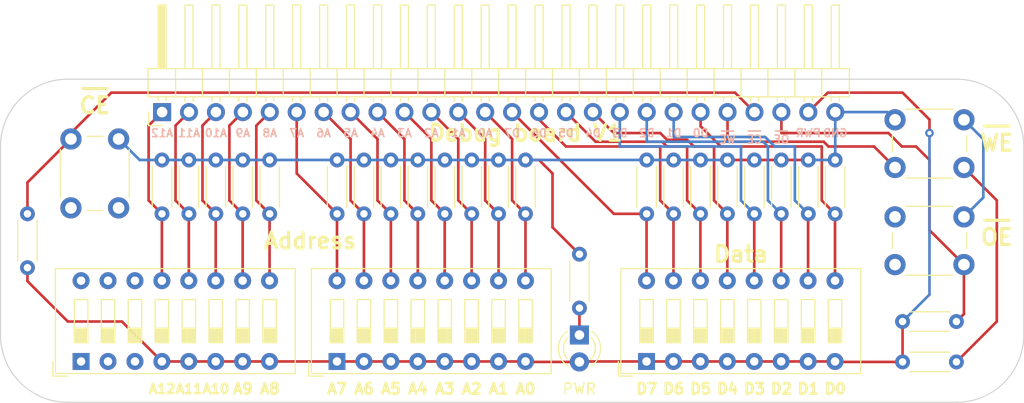
<source format=kicad_pcb>
(kicad_pcb (version 20211014) (generator pcbnew)
  (title_block (title "Debug board") (date "2025-06-06") (rev "1"))
  (layers (0 "F.Cu" signal) (31 "B.Cu" signal) (34 "B.Paste" user) (35 "F.Paste" user) (36 "B.SilkS" user "B.Silkscreen") (37 "F.SilkS" user "F.Silkscreen") (38 "B.Mask" user) (39 "F.Mask" user) (44 "Edge.Cuts" user))
  (net 0 "")
  (net 1 "GND")
  (net 2 "VCC")
  (net 9 "Net-(D1-Pad1)")
  (net 10 "A12")
  (net 11 "A11")
  (net 12 "A10")
  (net 13 "A9")
  (net 14 "A8")
  (net 15 "A7")
  (net 16 "A6")
  (net 17 "A5")
  (net 18 "A4")
  (net 19 "A3")
  (net 20 "A2")
  (net 21 "A1")
  (net 22 "A0")
  (net 23 "D7")
  (net 24 "D6")
  (net 25 "D5")
  (net 26 "D4")
  (net 27 "D3")
  (net 28 "D2")
  (net 29 "D1")
  (net 30 "D0")
  (net 31 "WE'")
  (net 32 "CE'")
  (net 33 "OE'")
  (footprint "Resistor_THT:R_Axial_DIN0204_L3.6mm_D1.6mm_P5.08mm_Horizontal" (layer "F.Cu") (at 173.98 87.63 90)
    (fp_text reference "R9" hide)
    (fp_text value "R_US")
    (pad "1" thru_hole circle (at 0 0 90) (size 1.4 1.4) (drill 0.7) (layers *.Cu *.Mask) (net 28 "D2"))
    (pad "2" thru_hole oval (at 5.08 0 90) (size 1.4 1.4) (drill 0.7) (layers *.Cu *.Mask) (net 1 "GND"))
  )
  (footprint "Resistor_THT:R_Axial_DIN0204_L3.6mm_D1.6mm_P5.08mm_Horizontal" (layer "F.Cu") (at 185.42 101.6)
    (fp_text reference "R7" hide)
    (fp_text value "R_US")
    (pad "1" thru_hole circle (at 0 0) (size 1.4 1.4) (drill 0.7) (layers *.Cu *.Mask) (net 2 "VCC"))
    (pad "2" thru_hole oval (at 5.08 0) (size 1.4 1.4) (drill 0.7) (layers *.Cu *.Mask) (net 31 "WE'"))
  )
  (footprint "LED_THT:LED_D3.0mm_white" (layer "F.Cu") (at 154.94 99.06 -90)
    (fp_text reference "D1" hide)
    (fp_text value "LED")
    (pad "1" thru_hole rect (at 0 0 270) (size 1.8 1.8) (drill 0.9) (layers *.Cu *.Mask) (net 9 "Net-(D1-Pad1)"))
    (pad "2" thru_hole circle (at 2.54 0 270) (size 1.8 1.8) (drill 0.9) (layers *.Cu *.Mask) (net 2 "VCC"))
  )
  (footprint "Button_Switch_THT:SW_PUSH_6mm" (layer "F.Cu") (at 184.71 78.76)
    (fp_text reference "SW4" hide)
    (fp_text value "SW_Push")
    (pad "1" thru_hole circle (at 6.5 0 90) (size 2 2) (drill 1.1) (layers *.Cu *.Mask) (net 1 "GND"))
    (pad "1" thru_hole circle (at 0 0 90) (size 2 2) (drill 1.1) (layers *.Cu *.Mask) (net 1 "GND"))
    (pad "2" thru_hole circle (at 6.5 4.5 90) (size 2 2) (drill 1.1) (layers *.Cu *.Mask) (net 31 "WE'"))
    (pad "2" thru_hole circle (at 0 4.5 90) (size 2 2) (drill 1.1) (layers *.Cu *.Mask) (net 31 "WE'"))
  )
  (footprint "Resistor_THT:R_Axial_DIN0204_L3.6mm_D1.6mm_P5.08mm_Horizontal" (layer "F.Cu") (at 185.42 97.79)
    (fp_text reference "R3" hide)
    (fp_text value "R_US")
    (pad "1" thru_hole circle (at 0 0) (size 1.4 1.4) (drill 0.7) (layers *.Cu *.Mask) (net 2 "VCC"))
    (pad "2" thru_hole oval (at 5.08 0) (size 1.4 1.4) (drill 0.7) (layers *.Cu *.Mask) (net 33 "OE'"))
  )
  (footprint "Button_Switch_THT:SW_DIP_SPSTx08_Slide_9.78x22.5mm_W7.62mm_P2.54mm" (layer "F.Cu") (at 107.93 101.5575 90)
    (fp_text reference "SW2" hide)
    (fp_text value "SW_DIP_x08")
    (pad "1" thru_hole rect (at 0 0 90) (size 1.6 1.6) (drill 0.8) (layers *.Cu *.Mask))
    (pad "2" thru_hole oval (at 0 2.54 90) (size 1.6 1.6) (drill 0.8) (layers *.Cu *.Mask))
    (pad "3" thru_hole oval (at 0 5.08 90) (size 1.6 1.6) (drill 0.8) (layers *.Cu *.Mask))
    (pad "4" thru_hole oval (at 0 7.62 90) (size 1.6 1.6) (drill 0.8) (layers *.Cu *.Mask) (net 2 "VCC"))
    (pad "5" thru_hole oval (at 0 10.16 90) (size 1.6 1.6) (drill 0.8) (layers *.Cu *.Mask) (net 2 "VCC"))
    (pad "6" thru_hole oval (at 0 12.7 90) (size 1.6 1.6) (drill 0.8) (layers *.Cu *.Mask) (net 2 "VCC"))
    (pad "7" thru_hole oval (at 0 15.24 90) (size 1.6 1.6) (drill 0.8) (layers *.Cu *.Mask) (net 2 "VCC"))
    (pad "8" thru_hole oval (at 0 17.78 90) (size 1.6 1.6) (drill 0.8) (layers *.Cu *.Mask) (net 2 "VCC"))
    (pad "9" thru_hole oval (at 7.62 17.78 90) (size 1.6 1.6) (drill 0.8) (layers *.Cu *.Mask) (net 14 "A8"))
    (pad "10" thru_hole oval (at 7.62 15.24 90) (size 1.6 1.6) (drill 0.8) (layers *.Cu *.Mask) (net 13 "A9"))
    (pad "11" thru_hole oval (at 7.62 12.7 90) (size 1.6 1.6) (drill 0.8) (layers *.Cu *.Mask) (net 12 "A10"))
    (pad "12" thru_hole oval (at 7.62 10.16 90) (size 1.6 1.6) (drill 0.8) (layers *.Cu *.Mask) (net 11 "A11"))
    (pad "13" thru_hole oval (at 7.62 7.62 90) (size 1.6 1.6) (drill 0.8) (layers *.Cu *.Mask) (net 10 "A12"))
    (pad "14" thru_hole oval (at 7.62 5.08 90) (size 1.6 1.6) (drill 0.8) (layers *.Cu *.Mask))
    (pad "15" thru_hole oval (at 7.62 2.54 90) (size 1.6 1.6) (drill 0.8) (layers *.Cu *.Mask))
    (pad "16" thru_hole oval (at 7.62 0 90) (size 1.6 1.6) (drill 0.8) (layers *.Cu *.Mask))
  )
  (footprint "Resistor_THT:R_Axial_DIN0204_L3.6mm_D1.6mm_P5.08mm_Horizontal" (layer "F.Cu") (at 161.28 87.63 90)
    (fp_text reference "R1" hide)
    (fp_text value "R_US")
    (pad "1" thru_hole circle (at 0 0 90) (size 1.4 1.4) (drill 0.7) (layers *.Cu *.Mask) (net 23 "D7"))
    (pad "2" thru_hole oval (at 5.08 0 90) (size 1.4 1.4) (drill 0.7) (layers *.Cu *.Mask) (net 1 "GND"))
  )
  (footprint "Connector_PinHeader_2.54mm:PinHeader_1x26_P2.54mm_Horizontal" (layer "F.Cu") (at 115.57 78.035 90)
    (fp_text reference "J1" hide)
    (fp_text value "Conn_01x26")
    (pad "1" thru_hole rect (at 0 0 90) (size 1.7 1.7) (drill 1) (layers *.Cu *.Mask) (net 10 "A12"))
    (pad "2" thru_hole oval (at 0 2.54 90) (size 1.7 1.7) (drill 1) (layers *.Cu *.Mask) (net 11 "A11"))
    (pad "3" thru_hole oval (at 0 5.08 90) (size 1.7 1.7) (drill 1) (layers *.Cu *.Mask) (net 12 "A10"))
    (pad "4" thru_hole oval (at 0 7.62 90) (size 1.7 1.7) (drill 1) (layers *.Cu *.Mask) (net 13 "A9"))
    (pad "5" thru_hole oval (at 0 10.16 90) (size 1.7 1.7) (drill 1) (layers *.Cu *.Mask) (net 14 "A8"))
    (pad "6" thru_hole oval (at 0 12.7 90) (size 1.7 1.7) (drill 1) (layers *.Cu *.Mask) (net 15 "A7"))
    (pad "7" thru_hole oval (at 0 15.24 90) (size 1.7 1.7) (drill 1) (layers *.Cu *.Mask) (net 16 "A6"))
    (pad "8" thru_hole oval (at 0 17.78 90) (size 1.7 1.7) (drill 1) (layers *.Cu *.Mask) (net 17 "A5"))
    (pad "9" thru_hole oval (at 0 20.32 90) (size 1.7 1.7) (drill 1) (layers *.Cu *.Mask) (net 18 "A4"))
    (pad "10" thru_hole oval (at 0 22.86 90) (size 1.7 1.7) (drill 1) (layers *.Cu *.Mask) (net 19 "A3"))
    (pad "11" thru_hole oval (at 0 25.4 90) (size 1.7 1.7) (drill 1) (layers *.Cu *.Mask) (net 20 "A2"))
    (pad "12" thru_hole oval (at 0 27.94 90) (size 1.7 1.7) (drill 1) (layers *.Cu *.Mask) (net 21 "A1"))
    (pad "13" thru_hole oval (at 0 30.48 90) (size 1.7 1.7) (drill 1) (layers *.Cu *.Mask) (net 22 "A0"))
    (pad "14" thru_hole oval (at 0 33.02 90) (size 1.7 1.7) (drill 1) (layers *.Cu *.Mask) (net 23 "D7"))
    (pad "15" thru_hole oval (at 0 35.56 90) (size 1.7 1.7) (drill 1) (layers *.Cu *.Mask) (net 24 "D6"))
    (pad "16" thru_hole oval (at 0 38.1 90) (size 1.7 1.7) (drill 1) (layers *.Cu *.Mask) (net 25 "D5"))
    (pad "17" thru_hole oval (at 0 40.64 90) (size 1.7 1.7) (drill 1) (layers *.Cu *.Mask) (net 26 "D4"))
    (pad "18" thru_hole oval (at 0 43.18 90) (size 1.7 1.7) (drill 1) (layers *.Cu *.Mask) (net 27 "D3"))
    (pad "19" thru_hole oval (at 0 45.72 90) (size 1.7 1.7) (drill 1) (layers *.Cu *.Mask) (net 28 "D2"))
    (pad "20" thru_hole oval (at 0 48.26 90) (size 1.7 1.7) (drill 1) (layers *.Cu *.Mask) (net 29 "D1"))
    (pad "21" thru_hole oval (at 0 50.8 90) (size 1.7 1.7) (drill 1) (layers *.Cu *.Mask) (net 30 "D0"))
    (pad "22" thru_hole oval (at 0 53.34 90) (size 1.7 1.7) (drill 1) (layers *.Cu *.Mask) (net 31 "WE'"))
    (pad "23" thru_hole oval (at 0 55.88 90) (size 1.7 1.7) (drill 1) (layers *.Cu *.Mask) (net 32 "CE'"))
    (pad "24" thru_hole oval (at 0 58.42 90) (size 1.7 1.7) (drill 1) (layers *.Cu *.Mask) (net 33 "OE'"))
    (pad "25" thru_hole oval (at 0 60.96 90) (size 1.7 1.7) (drill 1) (layers *.Cu *.Mask) (net 2 "VCC"))
    (pad "26" thru_hole oval (at 0 63.5 90) (size 1.7 1.7) (drill 1) (layers *.Cu *.Mask) (net 1 "GND"))
  )
  (footprint "Resistor_THT:R_Axial_DIN0204_L3.6mm_D1.6mm_P5.08mm_Horizontal" (layer "F.Cu") (at 118.1 87.63 90)
    (fp_text reference "R13" hide)
    (fp_text value "R_US")
    (pad "1" thru_hole circle (at 0 0 90) (size 1.4 1.4) (drill 0.7) (layers *.Cu *.Mask) (net 11 "A11"))
    (pad "2" thru_hole oval (at 5.08 0 90) (size 1.4 1.4) (drill 0.7) (layers *.Cu *.Mask) (net 1 "GND"))
  )
  (footprint "Resistor_THT:R_Axial_DIN0204_L3.6mm_D1.6mm_P5.08mm_Horizontal" (layer "F.Cu") (at 142.24 87.63 90)
    (fp_text reference "R21" hide)
    (fp_text value "R_US")
    (pad "1" thru_hole circle (at 0 0 90) (size 1.4 1.4) (drill 0.7) (layers *.Cu *.Mask) (net 19 "A3"))
    (pad "2" thru_hole oval (at 5.08 0 90) (size 1.4 1.4) (drill 0.7) (layers *.Cu *.Mask) (net 1 "GND"))
  )
  (footprint "Resistor_THT:R_Axial_DIN0204_L3.6mm_D1.6mm_P5.08mm_Horizontal" (layer "F.Cu") (at 154.94 91.44 -90)
    (fp_text reference "R25" hide)
    (fp_text value "R_US")
    (pad "1" thru_hole circle (at 0 0 270) (size 1.4 1.4) (drill 0.7) (layers *.Cu *.Mask) (net 1 "GND"))
    (pad "2" thru_hole oval (at 5.08 0 270) (size 1.4 1.4) (drill 0.7) (layers *.Cu *.Mask) (net 9 "Net-(D1-Pad1)"))
  )
  (footprint "Resistor_THT:R_Axial_DIN0204_L3.6mm_D1.6mm_P5.08mm_Horizontal" (layer "F.Cu") (at 120.64 87.63 90)
    (fp_text reference "R14" hide)
    (fp_text value "R_US")
    (pad "1" thru_hole circle (at 0 0 90) (size 1.4 1.4) (drill 0.7) (layers *.Cu *.Mask) (net 12 "A10"))
    (pad "2" thru_hole oval (at 5.08 0 90) (size 1.4 1.4) (drill 0.7) (layers *.Cu *.Mask) (net 1 "GND"))
  )
  (footprint "Button_Switch_THT:SW_PUSH_6mm" (layer "F.Cu") (at 111.47 80.57 -90)
    (fp_text reference "SW5" hide)
    (fp_text value "SW_Push")
    (pad "1" thru_hole circle (at 6.5 0) (size 2 2) (drill 1.1) (layers *.Cu *.Mask) (net 1 "GND"))
    (pad "1" thru_hole circle (at 0 0) (size 2 2) (drill 1.1) (layers *.Cu *.Mask) (net 1 "GND"))
    (pad "2" thru_hole circle (at 0 4.5) (size 2 2) (drill 1.1) (layers *.Cu *.Mask) (net 32 "CE'"))
    (pad "2" thru_hole circle (at 6.5 4.5) (size 2 2) (drill 1.1) (layers *.Cu *.Mask) (net 32 "CE'"))
  )
  (footprint "Button_Switch_THT:SW_DIP_SPSTx08_Slide_9.78x22.5mm_W7.62mm_P2.54mm" (layer "F.Cu") (at 132.07 101.5575 90)
    (fp_text reference "SW3" hide)
    (fp_text value "SW_DIP_x08")
    (pad "1" thru_hole rect (at 0 0 90) (size 1.6 1.6) (drill 0.8) (layers *.Cu *.Mask) (net 2 "VCC"))
    (pad "2" thru_hole oval (at 0 2.54 90) (size 1.6 1.6) (drill 0.8) (layers *.Cu *.Mask) (net 2 "VCC"))
    (pad "3" thru_hole oval (at 0 5.08 90) (size 1.6 1.6) (drill 0.8) (layers *.Cu *.Mask) (net 2 "VCC"))
    (pad "4" thru_hole oval (at 0 7.62 90) (size 1.6 1.6) (drill 0.8) (layers *.Cu *.Mask) (net 2 "VCC"))
    (pad "5" thru_hole oval (at 0 10.16 90) (size 1.6 1.6) (drill 0.8) (layers *.Cu *.Mask) (net 2 "VCC"))
    (pad "6" thru_hole oval (at 0 12.7 90) (size 1.6 1.6) (drill 0.8) (layers *.Cu *.Mask) (net 2 "VCC"))
    (pad "7" thru_hole oval (at 0 15.24 90) (size 1.6 1.6) (drill 0.8) (layers *.Cu *.Mask) (net 2 "VCC"))
    (pad "8" thru_hole oval (at 0 17.78 90) (size 1.6 1.6) (drill 0.8) (layers *.Cu *.Mask) (net 2 "VCC"))
    (pad "9" thru_hole oval (at 7.62 17.78 90) (size 1.6 1.6) (drill 0.8) (layers *.Cu *.Mask) (net 22 "A0"))
    (pad "10" thru_hole oval (at 7.62 15.24 90) (size 1.6 1.6) (drill 0.8) (layers *.Cu *.Mask) (net 21 "A1"))
    (pad "11" thru_hole oval (at 7.62 12.7 90) (size 1.6 1.6) (drill 0.8) (layers *.Cu *.Mask) (net 20 "A2"))
    (pad "12" thru_hole oval (at 7.62 10.16 90) (size 1.6 1.6) (drill 0.8) (layers *.Cu *.Mask) (net 19 "A3"))
    (pad "13" thru_hole oval (at 7.62 7.62 90) (size 1.6 1.6) (drill 0.8) (layers *.Cu *.Mask) (net 18 "A4"))
    (pad "14" thru_hole oval (at 7.62 5.08 90) (size 1.6 1.6) (drill 0.8) (layers *.Cu *.Mask) (net 17 "A5"))
    (pad "15" thru_hole oval (at 7.62 2.54 90) (size 1.6 1.6) (drill 0.8) (layers *.Cu *.Mask) (net 16 "A6"))
    (pad "16" thru_hole oval (at 7.62 0 90) (size 1.6 1.6) (drill 0.8) (layers *.Cu *.Mask) (net 15 "A7"))
  )
  (footprint "Resistor_THT:R_Axial_DIN0204_L3.6mm_D1.6mm_P5.08mm_Horizontal" (layer "F.Cu") (at 123.18 87.63 90)
    (fp_text reference "R15" hide)
    (fp_text value "R_US")
    (pad "1" thru_hole circle (at 0 0 90) (size 1.4 1.4) (drill 0.7) (layers *.Cu *.Mask) (net 13 "A9"))
    (pad "2" thru_hole oval (at 5.08 0 90) (size 1.4 1.4) (drill 0.7) (layers *.Cu *.Mask) (net 1 "GND"))
  )
  (footprint "Resistor_THT:R_Axial_DIN0204_L3.6mm_D1.6mm_P5.08mm_Horizontal" (layer "F.Cu") (at 147.31 87.63 90)
    (fp_text reference "R23" hide)
    (fp_text value "R_US")
    (pad "1" thru_hole circle (at 0 0 90) (size 1.4 1.4) (drill 0.7) (layers *.Cu *.Mask) (net 21 "A1"))
    (pad "2" thru_hole oval (at 5.08 0 90) (size 1.4 1.4) (drill 0.7) (layers *.Cu *.Mask) (net 1 "GND"))
  )
  (footprint "Resistor_THT:R_Axial_DIN0204_L3.6mm_D1.6mm_P5.08mm_Horizontal" (layer "F.Cu") (at 171.44 87.63 90)
    (fp_text reference "R8" hide)
    (fp_text value "R_US")
    (pad "1" thru_hole circle (at 0 0 90) (size 1.4 1.4) (drill 0.7) (layers *.Cu *.Mask) (net 27 "D3"))
    (pad "2" thru_hole oval (at 5.08 0 90) (size 1.4 1.4) (drill 0.7) (layers *.Cu *.Mask) (net 1 "GND"))
  )
  (footprint "Resistor_THT:R_Axial_DIN0204_L3.6mm_D1.6mm_P5.08mm_Horizontal" (layer "F.Cu") (at 179.06 87.63 90)
    (fp_text reference "R11" hide)
    (fp_text value "R_US")
    (pad "1" thru_hole circle (at 0 0 90) (size 1.4 1.4) (drill 0.7) (layers *.Cu *.Mask) (net 30 "D0"))
    (pad "2" thru_hole oval (at 5.08 0 90) (size 1.4 1.4) (drill 0.7) (layers *.Cu *.Mask) (net 1 "GND"))
  )
  (footprint "Resistor_THT:R_Axial_DIN0204_L3.6mm_D1.6mm_P5.08mm_Horizontal" (layer "F.Cu") (at 115.56 87.63 90)
    (fp_text reference "R12" hide)
    (fp_text value "R_US")
    (pad "1" thru_hole circle (at 0 0 90) (size 1.4 1.4) (drill 0.7) (layers *.Cu *.Mask) (net 10 "A12"))
    (pad "2" thru_hole oval (at 5.08 0 90) (size 1.4 1.4) (drill 0.7) (layers *.Cu *.Mask) (net 1 "GND"))
  )
  (footprint "Resistor_THT:R_Axial_DIN0204_L3.6mm_D1.6mm_P5.08mm_Horizontal" (layer "F.Cu") (at 166.36 87.63 90)
    (fp_text reference "R4" hide)
    (fp_text value "R_US")
    (pad "1" thru_hole circle (at 0 0 90) (size 1.4 1.4) (drill 0.7) (layers *.Cu *.Mask) (net 25 "D5"))
    (pad "2" thru_hole oval (at 5.08 0 90) (size 1.4 1.4) (drill 0.7) (layers *.Cu *.Mask) (net 1 "GND"))
  )
  (footprint "Resistor_THT:R_Axial_DIN0204_L3.6mm_D1.6mm_P5.08mm_Horizontal" (layer "F.Cu") (at 139.69 87.63 90)
    (fp_text reference "R20" hide)
    (fp_text value "R_US")
    (pad "1" thru_hole circle (at 0 0 90) (size 1.4 1.4) (drill 0.7) (layers *.Cu *.Mask) (net 18 "A4"))
    (pad "2" thru_hole oval (at 5.08 0 90) (size 1.4 1.4) (drill 0.7) (layers *.Cu *.Mask) (net 1 "GND"))
  )
  (footprint "Button_Switch_THT:SW_DIP_SPSTx08_Slide_9.78x22.5mm_W7.62mm_P2.54mm" (layer "F.Cu") (at 161.27 101.5575 90)
    (fp_text reference "SW1" hide)
    (fp_text value "SW_DIP_x08")
    (pad "1" thru_hole rect (at 0 0 90) (size 1.6 1.6) (drill 0.8) (layers *.Cu *.Mask) (net 2 "VCC"))
    (pad "2" thru_hole oval (at 0 2.54 90) (size 1.6 1.6) (drill 0.8) (layers *.Cu *.Mask) (net 2 "VCC"))
    (pad "3" thru_hole oval (at 0 5.08 90) (size 1.6 1.6) (drill 0.8) (layers *.Cu *.Mask) (net 2 "VCC"))
    (pad "4" thru_hole oval (at 0 7.62 90) (size 1.6 1.6) (drill 0.8) (layers *.Cu *.Mask) (net 2 "VCC"))
    (pad "5" thru_hole oval (at 0 10.16 90) (size 1.6 1.6) (drill 0.8) (layers *.Cu *.Mask) (net 2 "VCC"))
    (pad "6" thru_hole oval (at 0 12.7 90) (size 1.6 1.6) (drill 0.8) (layers *.Cu *.Mask) (net 2 "VCC"))
    (pad "7" thru_hole oval (at 0 15.24 90) (size 1.6 1.6) (drill 0.8) (layers *.Cu *.Mask) (net 2 "VCC"))
    (pad "8" thru_hole oval (at 0 17.78 90) (size 1.6 1.6) (drill 0.8) (layers *.Cu *.Mask) (net 2 "VCC"))
    (pad "9" thru_hole oval (at 7.62 17.78 90) (size 1.6 1.6) (drill 0.8) (layers *.Cu *.Mask) (net 30 "D0"))
    (pad "10" thru_hole oval (at 7.62 15.24 90) (size 1.6 1.6) (drill 0.8) (layers *.Cu *.Mask) (net 29 "D1"))
    (pad "11" thru_hole oval (at 7.62 12.7 90) (size 1.6 1.6) (drill 0.8) (layers *.Cu *.Mask) (net 28 "D2"))
    (pad "12" thru_hole oval (at 7.62 10.16 90) (size 1.6 1.6) (drill 0.8) (layers *.Cu *.Mask) (net 27 "D3"))
    (pad "13" thru_hole oval (at 7.62 7.62 90) (size 1.6 1.6) (drill 0.8) (layers *.Cu *.Mask) (net 26 "D4"))
    (pad "14" thru_hole oval (at 7.62 5.08 90) (size 1.6 1.6) (drill 0.8) (layers *.Cu *.Mask) (net 25 "D5"))
    (pad "15" thru_hole oval (at 7.62 2.54 90) (size 1.6 1.6) (drill 0.8) (layers *.Cu *.Mask) (net 24 "D6"))
    (pad "16" thru_hole oval (at 7.62 0 90) (size 1.6 1.6) (drill 0.8) (layers *.Cu *.Mask) (net 23 "D7"))
  )
  (footprint "Resistor_THT:R_Axial_DIN0204_L3.6mm_D1.6mm_P5.08mm_Horizontal" (layer "F.Cu") (at 149.85 87.63 90)
    (fp_text reference "R24" hide)
    (fp_text value "R_US")
    (pad "1" thru_hole circle (at 0 0 90) (size 1.4 1.4) (drill 0.7) (layers *.Cu *.Mask) (net 22 "A0"))
    (pad "2" thru_hole oval (at 5.08 0 90) (size 1.4 1.4) (drill 0.7) (layers *.Cu *.Mask) (net 1 "GND"))
  )
  (footprint "Resistor_THT:R_Axial_DIN0204_L3.6mm_D1.6mm_P5.08mm_Horizontal" (layer "F.Cu") (at 144.78 87.63 90)
    (fp_text reference "R22" hide)
    (fp_text value "R_US")
    (pad "1" thru_hole circle (at 0 0 90) (size 1.4 1.4) (drill 0.7) (layers *.Cu *.Mask) (net 20 "A2"))
    (pad "2" thru_hole oval (at 5.08 0 90) (size 1.4 1.4) (drill 0.7) (layers *.Cu *.Mask) (net 1 "GND"))
  )
  (footprint "Resistor_THT:R_Axial_DIN0204_L3.6mm_D1.6mm_P5.08mm_Horizontal" (layer "F.Cu") (at 163.82 87.63 90)
    (fp_text reference "R2" hide)
    (fp_text value "R_US")
    (pad "1" thru_hole circle (at 0 0 90) (size 1.4 1.4) (drill 0.7) (layers *.Cu *.Mask) (net 24 "D6"))
    (pad "2" thru_hole oval (at 5.08 0 90) (size 1.4 1.4) (drill 0.7) (layers *.Cu *.Mask) (net 1 "GND"))
  )
  (footprint "Resistor_THT:R_Axial_DIN0204_L3.6mm_D1.6mm_P5.08mm_Horizontal" (layer "F.Cu") (at 102.87 92.71 90)
    (fp_text reference "R5" hide)
    (fp_text value "R_US")
    (pad "1" thru_hole circle (at 0 0 90) (size 1.4 1.4) (drill 0.7) (layers *.Cu *.Mask) (net 2 "VCC"))
    (pad "2" thru_hole oval (at 5.08 0 90) (size 1.4 1.4) (drill 0.7) (layers *.Cu *.Mask) (net 32 "CE'"))
  )
  (footprint "Resistor_THT:R_Axial_DIN0204_L3.6mm_D1.6mm_P5.08mm_Horizontal" (layer "F.Cu") (at 134.61 87.63 90)
    (fp_text reference "R18" hide)
    (fp_text value "R_US")
    (pad "1" thru_hole circle (at 0 0 90) (size 1.4 1.4) (drill 0.7) (layers *.Cu *.Mask) (net 16 "A6"))
    (pad "2" thru_hole oval (at 5.08 0 90) (size 1.4 1.4) (drill 0.7) (layers *.Cu *.Mask) (net 1 "GND"))
  )
  (footprint "Resistor_THT:R_Axial_DIN0204_L3.6mm_D1.6mm_P5.08mm_Horizontal" (layer "F.Cu") (at 132.08 87.63 90)
    (fp_text reference "R17" hide)
    (fp_text value "R_US")
    (pad "1" thru_hole circle (at 0 0 90) (size 1.4 1.4) (drill 0.7) (layers *.Cu *.Mask) (net 15 "A7"))
    (pad "2" thru_hole oval (at 5.08 0 90) (size 1.4 1.4) (drill 0.7) (layers *.Cu *.Mask) (net 1 "GND"))
  )
  (footprint "Resistor_THT:R_Axial_DIN0204_L3.6mm_D1.6mm_P5.08mm_Horizontal" (layer "F.Cu") (at 168.9 87.63 90)
    (fp_text reference "R6" hide)
    (fp_text value "R_US")
    (pad "1" thru_hole circle (at 0 0 90) (size 1.4 1.4) (drill 0.7) (layers *.Cu *.Mask) (net 26 "D4"))
    (pad "2" thru_hole oval (at 5.08 0 90) (size 1.4 1.4) (drill 0.7) (layers *.Cu *.Mask) (net 1 "GND"))
  )
  (footprint "Resistor_THT:R_Axial_DIN0204_L3.6mm_D1.6mm_P5.08mm_Horizontal" (layer "F.Cu") (at 176.53 87.63 90)
    (fp_text reference "R10" hide)
    (fp_text value "R_US")
    (pad "1" thru_hole circle (at 0 0 90) (size 1.4 1.4) (drill 0.7) (layers *.Cu *.Mask) (net 29 "D1"))
    (pad "2" thru_hole oval (at 5.08 0 90) (size 1.4 1.4) (drill 0.7) (layers *.Cu *.Mask) (net 1 "GND"))
  )
  (footprint "Button_Switch_THT:SW_PUSH_6mm" (layer "F.Cu") (at 184.71 87.92)
    (fp_text reference "SW6" hide)
    (fp_text value "SW_Push")
    (pad "1" thru_hole circle (at 6.5 0 90) (size 2 2) (drill 1.1) (layers *.Cu *.Mask) (net 1 "GND"))
    (pad "1" thru_hole circle (at 0 0 90) (size 2 2) (drill 1.1) (layers *.Cu *.Mask) (net 1 "GND"))
    (pad "2" thru_hole circle (at 0 4.5 90) (size 2 2) (drill 1.1) (layers *.Cu *.Mask) (net 33 "OE'"))
    (pad "2" thru_hole circle (at 6.5 4.5 90) (size 2 2) (drill 1.1) (layers *.Cu *.Mask) (net 33 "OE'"))
  )
  (footprint "Resistor_THT:R_Axial_DIN0204_L3.6mm_D1.6mm_P5.08mm_Horizontal" (layer "F.Cu") (at 137.15 87.63 90)
    (fp_text reference "R19" hide)
    (fp_text value "R_US")
    (pad "1" thru_hole circle (at 0 0 90) (size 1.4 1.4) (drill 0.7) (layers *.Cu *.Mask) (net 17 "A5"))
    (pad "2" thru_hole oval (at 5.08 0 90) (size 1.4 1.4) (drill 0.7) (layers *.Cu *.Mask) (net 1 "GND"))
  )
  (footprint "Resistor_THT:R_Axial_DIN0204_L3.6mm_D1.6mm_P5.08mm_Horizontal" (layer "F.Cu") (at 125.72 87.63 90)
    (fp_text reference "R16" hide)
    (fp_text value "R_US")
    (pad "1" thru_hole circle (at 0 0 90) (size 1.4 1.4) (drill 0.7) (layers *.Cu *.Mask) (net 14 "A8"))
    (pad "2" thru_hole oval (at 5.08 0 90) (size 1.4 1.4) (drill 0.7) (layers *.Cu *.Mask) (net 1 "GND"))
  )
  (gr_line (start 190.5 105.41) (end 106.68 105.41) (layer "Edge.Cuts") (width 0.1))
  (gr_arc (start 100.33 81.28) (mid 102.189872 76.789872) (end 106.68 74.93) (layer "Edge.Cuts") (width 0.1))
  (gr_arc (start 106.68 105.41) (mid 102.189872 103.550128) (end 100.33 99.06) (layer "Edge.Cuts") (width 0.1))
  (gr_line (start 106.68 74.93) (end 190.5 74.93) (layer "Edge.Cuts") (width 0.1))
  (gr_arc (start 196.85 99.06) (mid 194.990128 103.550128) (end 190.5 105.41) (layer "Edge.Cuts") (width 0.1))
  (gr_arc (start 190.5 74.93) (mid 194.990128 76.789872) (end 196.85 81.28) (layer "Edge.Cuts") (width 0.1))
  (gr_line (start 100.33 99.06) (end 100.33 81.28) (layer "Edge.Cuts") (width 0.1))
  (gr_line (start 196.85 81.28) (end 196.85 99.06) (layer "Edge.Cuts") (width 0.1))
  (gr_text "D4" (at 156.21 80.01) (layer "B.SilkS") (effects (font (size 0.75 0.75)) (justify mirror)))
  (gr_text "A10" (at 120.65 80.01) (layer "B.SilkS") (effects (font (size 0.75 0.75)) (justify mirror)))
  (gr_text "__\nCE" (at 171.45 80.01) (layer "B.SilkS") (effects (font (size 0.75 0.75)) (justify mirror)))
  (gr_text "__\nWE" (at 168.91 80.01) (layer "B.SilkS") (effects (font (size 0.75 0.75)) (justify mirror)))
  (gr_text "A7" (at 128.27 80.01) (layer "B.SilkS") (effects (font (size 0.75 0.75)) (justify mirror)))
  (gr_text "__\nOE" (at 173.99 80.01) (layer "B.SilkS") (effects (font (size 0.75 0.75)) (justify mirror)))
  (gr_text "A2" (at 140.97 80.01) (layer "B.SilkS") (effects (font (size 0.75 0.75)) (justify mirror)))
  (gr_text "A1" (at 143.51 80.01) (layer "B.SilkS") (effects (font (size 0.75 0.75)) (justify mirror)))
  (gr_text "D2" (at 161.29 80.01) (layer "B.SilkS") (effects (font (size 0.75 0.75)) (justify mirror)))
  (gr_text "A3" (at 138.43 80.01) (layer "B.SilkS") (effects (font (size 0.75 0.75)) (justify mirror)))
  (gr_text "D7" (at 148.59 80.01) (layer "B.SilkS") (effects (font (size 0.75 0.75)) (justify mirror)))
  (gr_text "D0" (at 166.37 80.01) (layer "B.SilkS") (effects (font (size 0.75 0.75)) (justify mirror)))
  (gr_text "A0" (at 146.05 80.01) (layer "B.SilkS") (effects (font (size 0.75 0.75)) (justify mirror)))
  (gr_text "D6" (at 151.13 80.01) (layer "B.SilkS") (effects (font (size 0.75 0.75)) (justify mirror)))
  (gr_text "D1" (at 163.83 80.01) (layer "B.SilkS") (effects (font (size 0.75 0.75)) (justify mirror)))
  (gr_text "A5" (at 133.35 80.01) (layer "B.SilkS") (effects (font (size 0.75 0.75)) (justify mirror)))
  (gr_text "D5" (at 153.67 80.01) (layer "B.SilkS") (effects (font (size 0.75 0.75)) (justify mirror)))
  (gr_text "GND" (at 179.07 80.01) (layer "B.SilkS") (effects (font (size 0.75 0.75)) (justify mirror)))
  (gr_text "A12" (at 115.57 80.01) (layer "B.SilkS") (effects (font (size 0.75 0.75)) (justify mirror)))
  (gr_text "A11" (at 118.11 80.01) (layer "B.SilkS") (effects (font (size 0.75 0.75)) (justify mirror)))
  (gr_text "A9" (at 123.19 80.01) (layer "B.SilkS") (effects (font (size 0.75 0.75)) (justify mirror)))
  (gr_text "A4" (at 135.89 80.01) (layer "B.SilkS") (effects (font (size 0.75 0.75)) (justify mirror)))
  (gr_text "D3" (at 158.75 80.01) (layer "B.SilkS") (effects (font (size 0.75 0.75)) (justify mirror)))
  (gr_text "A6" (at 130.81 80.01) (layer "B.SilkS") (effects (font (size 0.75 0.75)) (justify mirror)))
  (gr_text "PWR" (at 176.53 80.01) (layer "B.SilkS") (effects (font (size 0.75 0.75)) (justify mirror)))
  (gr_text "A8" (at 125.73 80.01) (layer "B.SilkS") (effects (font (size 0.75 0.75)) (justify mirror)))
  (gr_text "D5" (at 166.37 104.14) (layer "F.SilkS") (effects (font (size 1 1) (thickness 0.25))))
  (gr_text "Data" (at 170.18 91.44) (layer "F.SilkS") (effects (font (size 1.5 1.5) (thickness 0.3))))
  (gr_text "A5" (at 137.16 104.14) (layer "F.SilkS") (effects (font (size 1 1) (thickness 0.25))))
  (gr_text "D2" (at 173.99 104.14) (layer "F.SilkS") (effects (font (size 1 1) (thickness 0.25))))
  (gr_text "Address" (at 129.54 90.17) (layer "F.SilkS") (effects (font (size 1.5 1.5) (thickness 0.3))))
  (gr_text "__\nCE" (at 109.22 76.2) (layer "F.SilkS") (effects (font (size 1.5 1.5) (thickness 0.3))))
  (gr_text "A2" (at 144.78 104.14) (layer "F.SilkS") (effects (font (size 1 1) (thickness 0.25))))
  (gr_text "__\nWE" (at 194.31 79.74) (layer "F.SilkS") (effects (font (size 1.5 1.5) (thickness 0.3))))
  (gr_text "A7" (at 132.08 104.14) (layer "F.SilkS") (effects (font (size 1 1) (thickness 0.25))))
  (gr_text "__\nOE" (at 194.31 88.63) (layer "F.SilkS") (effects (font (size 1.5 1.5) (thickness 0.3))))
  (gr_text "A11" (at 118.11 104.14) (layer "F.SilkS") (effects (font (size 0.9 0.9) (thickness 0.225))))
  (gr_text "A6" (at 134.62 104.14) (layer "F.SilkS") (effects (font (size 1 1) (thickness 0.25))))
  (gr_text "D6" (at 163.83 104.14) (layer "F.SilkS") (effects (font (size 1 1) (thickness 0.25))))
  (gr_text "PWR" (at 154.94 104.14) (layer "F.SilkS") (effects (font (size 1 1))))
  (gr_text "A4" (at 139.7 104.14) (layer "F.SilkS") (effects (font (size 1 1) (thickness 0.25))))
  (gr_text "D1" (at 176.53 104.14) (layer "F.SilkS") (effects (font (size 1 1) (thickness 0.25))))
  (gr_text "D0" (at 179.07 104.14) (layer "F.SilkS") (effects (font (size 1 1) (thickness 0.25))))
  (gr_text "A8" (at 125.73 104.14) (layer "F.SilkS") (effects (font (size 1 1) (thickness 0.25))))
  (gr_text "A1" (at 147.32 104.14) (layer "F.SilkS") (effects (font (size 1 1) (thickness 0.25))))
  (gr_text "D3\n" (at 171.45 104.14) (layer "F.SilkS") (effects (font (size 1 1) (thickness 0.25))))
  (gr_text "A12" (at 115.57 104.14) (layer "F.SilkS") (effects (font (size 0.9 0.9) (thickness 0.225))))
  (gr_text "A0" (at 149.86 104.14) (layer "F.SilkS") (effects (font (size 1 1) (thickness 0.25))))
  (gr_text "Debug board V1" (at 149.86 80.01) (layer "F.SilkS") (effects (font (size 1.5 1.5) (thickness 0.3))))
  (gr_text "D4" (at 168.91 104.14) (layer "F.SilkS") (effects (font (size 1 1) (thickness 0.25))))
  (gr_text "D7" (at 161.29 104.14) (layer "F.SilkS") (effects (font (size 1 1) (thickness 0.25))))
  (gr_text "A9" (at 123.19 104.14) (layer "F.SilkS") (effects (font (size 1 1) (thickness 0.25))))
  (gr_text "A10" (at 120.65 104.14) (layer "F.SilkS") (effects (font (size 0.9 0.9) (thickness 0.225))))
  (gr_text "A3" (at 142.24 104.14) (layer "F.SilkS") (effects (font (size 1 1) (thickness 0.25))))
  (segment (start 154.94 91.44) (end 152.4 88.9) (width 0.25) (layer "F.Cu") (net 1))
  (segment (start 168.9 82.55) (end 171.44 82.55) (width 0.25) (layer "F.Cu") (net 1))
  (segment (start 171.44 82.55) (end 173.98 82.55) (width 0.25) (layer "F.Cu") (net 1))
  (segment (start 152.4 83.82) (end 151.13 82.55) (width 0.25) (layer "F.Cu") (net 1))
  (segment (start 152.4 88.9) (end 152.4 83.82) (width 0.25) (layer "F.Cu") (net 1))
  (segment (start 151.13 82.55) (end 149.85 82.55) (width 0.25) (layer "F.Cu") (net 1))
  (segment (start 173.98 82.55) (end 176.53 82.55) (width 0.25) (layer "F.Cu") (net 1))
  (segment (start 132.08 82.55) (end 134.61 82.55) (width 0.25) (layer "B.Cu") (net 1))
  (segment (start 144.78 82.55) (end 147.31 82.55) (width 0.25) (layer "B.Cu") (net 1))
  (segment (start 118.1 82.55) (end 120.64 82.55) (width 0.25) (layer "B.Cu") (net 1))
  (segment (start 134.61 82.55) (end 137.15 82.55) (width 0.25) (layer "B.Cu") (net 1))
  (segment (start 113.45 82.55) (end 115.56 82.55) (width 0.25) (layer "B.Cu") (net 1))
  (segment (start 137.15 82.55) (end 139.69 82.55) (width 0.25) (layer "B.Cu") (net 1))
  (segment (start 166.36 82.55) (end 168.9 82.55) (width 0.25) (layer "B.Cu") (net 1))
  (segment (start 123.18 82.55) (end 125.72 82.55) (width 0.25) (layer "B.Cu") (net 1))
  (segment (start 179.06 82.55) (end 176.53 82.55) (width 0.25) (layer "B.Cu") (net 1))
  (segment (start 193.04 86.09) (end 191.21 87.92) (width 0.25) (layer "B.Cu") (net 1))
  (segment (start 183.985 78.035) (end 184.71 78.76) (width 0.25) (layer "B.Cu") (net 1))
  (segment (start 161.28 82.55) (end 163.82 82.55) (width 0.25) (layer "B.Cu") (net 1))
  (segment (start 179.07 78.035) (end 183.985 78.035) (width 0.25) (layer "B.Cu") (net 1))
  (segment (start 139.69 82.55) (end 142.24 82.55) (width 0.25) (layer "B.Cu") (net 1))
  (segment (start 147.31 82.55) (end 149.85 82.55) (width 0.25) (layer "B.Cu") (net 1))
  (segment (start 120.64 82.55) (end 123.18 82.55) (width 0.25) (layer "B.Cu") (net 1))
  (segment (start 163.82 82.55) (end 166.36 82.55) (width 0.25) (layer "B.Cu") (net 1))
  (segment (start 179.07 82.54) (end 179.06 82.55) (width 0.25) (layer "B.Cu") (net 1))
  (segment (start 115.56 82.55) (end 118.1 82.55) (width 0.25) (layer "B.Cu") (net 1))
  (segment (start 142.24 82.55) (end 144.78 82.55) (width 0.25) (layer "B.Cu") (net 1))
  (segment (start 149.85 82.55) (end 161.28 82.55) (width 0.25) (layer "B.Cu") (net 1))
  (segment (start 125.72 82.55) (end 132.08 82.55) (width 0.25) (layer "B.Cu") (net 1))
  (segment (start 193.04 80.59) (end 193.04 86.09) (width 0.25) (layer "B.Cu") (net 1))
  (segment (start 191.21 78.76) (end 193.04 80.59) (width 0.25) (layer "B.Cu") (net 1))
  (segment (start 111.47 80.57) (end 113.45 82.55) (width 0.25) (layer "B.Cu") (net 1))
  (segment (start 179.07 78.035) (end 179.07 82.54) (width 0.25) (layer "B.Cu") (net 1))
  (segment (start 185.42 101.6) (end 179.0925 101.6) (width 0.25) (layer "F.Cu") (net 2))
  (segment (start 180.34 76.2) (end 185.42 76.2) (width 0.25) (layer "F.Cu") (net 2))
  (segment (start 137.15 101.5575) (end 134.61 101.5575) (width 0.25) (layer "F.Cu") (net 2))
  (segment (start 149.8925 101.6) (end 149.85 101.5575) (width 0.25) (layer "F.Cu") (net 2))
  (segment (start 118.09 101.5575) (end 115.55 101.5575) (width 0.25) (layer "F.Cu") (net 2))
  (segment (start 166.35 101.5575) (end 163.81 101.5575) (width 0.25) (layer "F.Cu") (net 2))
  (segment (start 154.9825 101.5575) (end 154.94 101.6) (width 0.25) (layer "F.Cu") (net 2))
  (segment (start 171.43 101.5575) (end 168.89 101.5575) (width 0.25) (layer "F.Cu") (net 2))
  (segment (start 163.81 101.5575) (end 161.27 101.5575) (width 0.25) (layer "F.Cu") (net 2))
  (segment (start 176.51 101.5575) (end 173.97 101.5575) (width 0.25) (layer "F.Cu") (net 2))
  (segment (start 187.96 78.74) (end 187.96 80.01) (width 0.25) (layer "F.Cu") (net 2))
  (segment (start 185.42 76.2) (end 187.96 78.74) (width 0.25) (layer "F.Cu") (net 2))
  (segment (start 125.71 101.5575) (end 123.17 101.5575) (width 0.25) (layer "F.Cu") (net 2))
  (segment (start 142.23 101.5575) (end 139.69 101.5575) (width 0.25) (layer "F.Cu") (net 2))
  (segment (start 178.365 76.2) (end 179.07 76.2) (width 0.25) (layer "F.Cu") (net 2))
  (segment (start 147.31 101.5575) (end 144.77 101.5575) (width 0.25) (layer "F.Cu") (net 2))
  (segment (start 179.0925 101.6) (end 179.05 101.5575) (width 0.25) (layer "F.Cu") (net 2))
  (segment (start 132.07 101.5575) (end 125.71 101.5575) (width 0.25) (layer "F.Cu") (net 2))
  (segment (start 161.27 101.5575) (end 154.9825 101.5575) (width 0.25) (layer "F.Cu") (net 2))
  (segment (start 154.94 101.6) (end 149.8925 101.6) (width 0.25) (layer "F.Cu") (net 2))
  (segment (start 144.77 101.5575) (end 142.23 101.5575) (width 0.25) (layer "F.Cu") (net 2))
  (segment (start 102.87 93.98) (end 102.87 92.71) (width 0.25) (layer "F.Cu") (net 2))
  (segment (start 106.68 97.79) (end 102.87 93.98) (width 0.25) (layer "F.Cu") (net 2))
  (segment (start 120.63 101.5575) (end 118.09 101.5575) (width 0.25) (layer "F.Cu") (net 2))
  (segment (start 173.97 101.5575) (end 171.43 101.5575) (width 0.25) (layer "F.Cu") (net 2))
  (segment (start 139.69 101.5575) (end 137.15 101.5575) (width 0.25) (layer "F.Cu") (net 2))
  (segment (start 149.85 101.5575) (end 147.31 101.5575) (width 0.25) (layer "F.Cu") (net 2))
  (segment (start 168.89 101.5575) (end 166.35 101.5575) (width 0.25) (layer "F.Cu") (net 2))
  (segment (start 176.53 78.035) (end 178.365 76.2) (width 0.25) (layer "F.Cu") (net 2))
  (segment (start 134.61 101.5575) (end 132.07 101.5575) (width 0.25) (layer "F.Cu") (net 2))
  (segment (start 179.07 76.2) (end 180.34 76.2) (width 0.25) (layer "F.Cu") (net 2))
  (segment (start 185.42 97.79) (end 185.42 101.6) (width 0.25) (layer "F.Cu") (net 2))
  (segment (start 115.55 101.5575) (end 111.7825 97.79) (width 0.25) (layer "F.Cu") (net 2))
  (segment (start 123.17 101.5575) (end 120.63 101.5575) (width 0.25) (layer "F.Cu") (net 2))
  (segment (start 179.05 101.5575) (end 176.51 101.5575) (width 0.25) (layer "F.Cu") (net 2))
  (segment (start 111.7825 97.79) (end 106.68 97.79) (width 0.25) (layer "F.Cu") (net 2))
  (via (at 187.96 80.01) (size 0.8) (drill 0.4) (layers "F.Cu" "B.Cu") (net 2))
  (segment (start 187.96 95.25) (end 185.42 97.79) (width 0.25) (layer "B.Cu") (net 2))
  (segment (start 187.96 80.01) (end 187.96 95.25) (width 0.25) (layer "B.Cu") (net 2))
  (segment (start 154.94 99.06) (end 154.94 96.52) (width 0.25) (layer "F.Cu") (net 9))
  (segment (start 114.3 79.305) (end 115.57 78.035) (width 0.25) (layer "F.Cu") (net 10))
  (segment (start 115.55 87.64) (end 115.56 87.63) (width 0.25) (layer "F.Cu") (net 10))
  (segment (start 115.55 93.9375) (end 115.55 87.64) (width 0.25) (layer "F.Cu") (net 10))
  (segment (start 115.56 87.63) (end 114.3 86.37) (width 0.25) (layer "F.Cu") (net 10))
  (segment (start 114.3 86.37) (end 114.3 79.305) (width 0.25) (layer "F.Cu") (net 10))
  (segment (start 116.84 86.37) (end 116.84 79.305) (width 0.25) (layer "F.Cu") (net 11))
  (segment (start 116.84 79.305) (end 118.11 78.035) (width 0.25) (layer "F.Cu") (net 11))
  (segment (start 118.09 93.9375) (end 118.09 87.64) (width 0.25) (layer "F.Cu") (net 11))
  (segment (start 118.09 87.64) (end 118.1 87.63) (width 0.25) (layer "F.Cu") (net 11))
  (segment (start 118.1 87.63) (end 116.84 86.37) (width 0.25) (layer "F.Cu") (net 11))
  (segment (start 119.38 86.37) (end 119.38 79.305) (width 0.25) (layer "F.Cu") (net 12))
  (segment (start 120.64 87.63) (end 119.38 86.37) (width 0.25) (layer "F.Cu") (net 12))
  (segment (start 119.38 79.305) (end 120.65 78.035) (width 0.25) (layer "F.Cu") (net 12))
  (segment (start 120.63 93.9375) (end 120.63 87.64) (width 0.25) (layer "F.Cu") (net 12))
  (segment (start 120.63 87.64) (end 120.64 87.63) (width 0.25) (layer "F.Cu") (net 12))
  (segment (start 121.92 86.37) (end 121.92 79.305) (width 0.25) (layer "F.Cu") (net 13))
  (segment (start 121.92 79.305) (end 123.19 78.035) (width 0.25) (layer "F.Cu") (net 13))
  (segment (start 123.17 93.9375) (end 123.17 87.64) (width 0.25) (layer "F.Cu") (net 13))
  (segment (start 123.17 87.64) (end 123.18 87.63) (width 0.25) (layer "F.Cu") (net 13))
  (segment (start 123.18 87.63) (end 121.92 86.37) (width 0.25) (layer "F.Cu") (net 13))
  (segment (start 124.46 79.305) (end 125.73 78.035) (width 0.25) (layer "F.Cu") (net 14))
  (segment (start 125.71 87.64) (end 125.72 87.63) (width 0.25) (layer "F.Cu") (net 14))
  (segment (start 124.46 86.37) (end 124.46 79.305) (width 0.25) (layer "F.Cu") (net 14))
  (segment (start 125.72 87.63) (end 124.46 86.37) (width 0.25) (layer "F.Cu") (net 14))
  (segment (start 125.71 93.9375) (end 125.71 87.64) (width 0.25) (layer "F.Cu") (net 14))
  (segment (start 132.07 87.64) (end 132.08 87.63) (width 0.25) (layer "F.Cu") (net 15))
  (segment (start 128.27 83.82) (end 128.27 78.035) (width 0.25) (layer "F.Cu") (net 15))
  (segment (start 132.07 93.9375) (end 132.07 87.64) (width 0.25) (layer "F.Cu") (net 15))
  (segment (start 132.08 87.63) (end 128.27 83.82) (width 0.25) (layer "F.Cu") (net 15))
  (segment (start 134.61 87.63) (end 133.35 86.37) (width 0.25) (layer "F.Cu") (net 16))
  (segment (start 134.61 93.9375) (end 134.61 87.63) (width 0.25) (layer "F.Cu") (net 16))
  (segment (start 133.35 80.575) (end 130.81 78.035) (width 0.25) (layer "F.Cu") (net 16))
  (segment (start 133.35 86.37) (end 133.35 80.575) (width 0.25) (layer "F.Cu") (net 16))
  (segment (start 137.15 87.63) (end 135.89 86.37) (width 0.25) (layer "F.Cu") (net 17))
  (segment (start 135.89 86.37) (end 135.89 80.575) (width 0.25) (layer "F.Cu") (net 17))
  (segment (start 135.89 80.575) (end 133.35 78.035) (width 0.25) (layer "F.Cu") (net 17))
  (segment (start 137.15 93.9375) (end 137.15 87.63) (width 0.25) (layer "F.Cu") (net 17))
  (segment (start 138.43 80.575) (end 135.89 78.035) (width 0.25) (layer "F.Cu") (net 18))
  (segment (start 139.69 87.63) (end 138.43 86.37) (width 0.25) (layer "F.Cu") (net 18))
  (segment (start 138.43 86.37) (end 138.43 80.575) (width 0.25) (layer "F.Cu") (net 18))
  (segment (start 139.69 93.9375) (end 139.69 87.63) (width 0.25) (layer "F.Cu") (net 18))
  (segment (start 142.23 87.64) (end 142.24 87.63) (width 0.25) (layer "F.Cu") (net 19))
  (segment (start 140.97 86.36) (end 140.97 80.575) (width 0.25) (layer "F.Cu") (net 19))
  (segment (start 142.23 93.9375) (end 142.23 87.64) (width 0.25) (layer "F.Cu") (net 19))
  (segment (start 140.97 80.575) (end 138.43 78.035) (width 0.25) (layer "F.Cu") (net 19))
  (segment (start 142.24 87.63) (end 140.97 86.36) (width 0.25) (layer "F.Cu") (net 19))
  (segment (start 143.51 86.36) (end 143.51 80.575) (width 0.25) (layer "F.Cu") (net 20))
  (segment (start 144.77 87.64) (end 144.78 87.63) (width 0.25) (layer "F.Cu") (net 20))
  (segment (start 144.77 93.9375) (end 144.77 87.64) (width 0.25) (layer "F.Cu") (net 20))
  (segment (start 143.51 80.575) (end 140.97 78.035) (width 0.25) (layer "F.Cu") (net 20))
  (segment (start 144.78 87.63) (end 143.51 86.36) (width 0.25) (layer "F.Cu") (net 20))
  (segment (start 146.05 80.575) (end 143.51 78.035) (width 0.25) (layer "F.Cu") (net 21))
  (segment (start 147.31 87.63) (end 146.05 86.37) (width 0.25) (layer "F.Cu") (net 21))
  (segment (start 147.31 93.9375) (end 147.31 87.63) (width 0.25) (layer "F.Cu") (net 21))
  (segment (start 146.05 86.37) (end 146.05 80.575) (width 0.25) (layer "F.Cu") (net 21))
  (segment (start 149.85 87.63) (end 148.59 86.37) (width 0.25) (layer "F.Cu") (net 22))
  (segment (start 149.85 93.9375) (end 149.85 87.63) (width 0.25) (layer "F.Cu") (net 22))
  (segment (start 148.59 86.37) (end 148.59 80.575) (width 0.25) (layer "F.Cu") (net 22))
  (segment (start 148.59 80.575) (end 146.05 78.035) (width 0.25) (layer "F.Cu") (net 22))
  (segment (start 161.27 87.64) (end 161.28 87.63) (width 0.25) (layer "F.Cu") (net 23))
  (segment (start 161.28 87.63) (end 158.185 87.63) (width 0.25) (layer "F.Cu") (net 23))
  (segment (start 158.185 87.63) (end 148.59 78.035) (width 0.25) (layer "F.Cu") (net 23))
  (segment (start 161.27 93.9375) (end 161.27 87.64) (width 0.25) (layer "F.Cu") (net 23))
  (segment (start 163.81 87.64) (end 163.82 87.63) (width 0.25) (layer "F.Cu") (net 24))
  (segment (start 163.82 87.63) (end 162.56 86.37) (width 0.25) (layer "F.Cu") (net 24))
  (segment (start 151.13 78.74) (end 151.13 78.035) (width 0.25) (layer "F.Cu") (net 24))
  (segment (start 162.56 81.28) (end 153.67 81.28) (width 0.25) (layer "F.Cu") (net 24))
  (segment (start 163.81 93.9375) (end 163.81 87.64) (width 0.25) (layer "F.Cu") (net 24))
  (segment (start 153.67 81.28) (end 151.13 78.74) (width 0.25) (layer "F.Cu") (net 24))
  (segment (start 162.56 86.37) (end 162.56 81.28) (width 0.25) (layer "F.Cu") (net 24))
  (segment (start 163.01 81.095) (end 163.01 81.093604) (width 0.25) (layer "F.Cu") (net 25))
  (segment (start 163.01 81.093604) (end 162.746396 80.83) (width 0.25) (layer "F.Cu") (net 25))
  (segment (start 165.1 81.28) (end 163.195 81.28) (width 0.25) (layer "F.Cu") (net 25))
  (segment (start 163.195 81.28) (end 163.01 81.095) (width 0.25) (layer "F.Cu") (net 25))
  (segment (start 156.465 80.83) (end 153.67 78.035) (width 0.25) (layer "F.Cu") (net 25))
  (segment (start 166.36 87.63) (end 165.1 86.37) (width 0.25) (layer "F.Cu") (net 25))
  (segment (start 166.35 87.64) (end 166.36 87.63) (width 0.25) (layer "F.Cu") (net 25))
  (segment (start 165.1 86.37) (end 165.1 81.28) (width 0.25) (layer "F.Cu") (net 25))
  (segment (start 166.35 93.9375) (end 166.35 87.64) (width 0.25) (layer "F.Cu") (net 25))
  (segment (start 162.746396 80.83) (end 156.465 80.83) (width 0.25) (layer "F.Cu") (net 25))
  (segment (start 163.196396 80.643604) (end 162.562792 80.01) (width 0.25) (layer "F.Cu") (net 26))
  (segment (start 167.64 86.37) (end 167.64 81.28) (width 0.25) (layer "F.Cu") (net 26))
  (segment (start 168.89 93.9375) (end 168.89 87.64) (width 0.25) (layer "F.Cu") (net 26))
  (segment (start 167.64 81.28) (end 165.736396 81.28) (width 0.25) (layer "F.Cu") (net 26))
  (segment (start 168.89 87.64) (end 168.9 87.63) (width 0.25) (layer "F.Cu") (net 26))
  (segment (start 158.185 80.01) (end 156.21 78.035) (width 0.25) (layer "F.Cu") (net 26))
  (segment (start 162.562792 80.01) (end 158.185 80.01) (width 0.25) (layer "F.Cu") (net 26))
  (segment (start 168.9 87.63) (end 167.64 86.37) (width 0.25) (layer "F.Cu") (net 26))
  (segment (start 165.1 80.643604) (end 163.196396 80.643604) (width 0.25) (layer "F.Cu") (net 26))
  (segment (start 165.736396 81.28) (end 165.1 80.643604) (width 0.25) (layer "F.Cu") (net 26))
  (segment (start 171.43 93.9375) (end 171.43 87.64) (width 0.25) (layer "F.Cu") (net 27))
  (segment (start 171.43 87.64) (end 171.44 87.63) (width 0.25) (layer "F.Cu") (net 27))
  (segment (start 158.75 78.035) (end 158.75 81.28) (width 0.25) (layer "B.Cu") (net 27))
  (segment (start 158.75 81.28) (end 170.18 81.28) (width 0.25) (layer "B.Cu") (net 27))
  (segment (start 170.18 81.28) (end 170.18 86.37) (width 0.25) (layer "B.Cu") (net 27))
  (segment (start 170.18 86.37) (end 171.44 87.63) (width 0.25) (layer "B.Cu") (net 27))
  (segment (start 173.97 93.9375) (end 173.97 87.64) (width 0.25) (layer "F.Cu") (net 28))
  (segment (start 173.97 87.64) (end 173.98 87.63) (width 0.25) (layer "F.Cu") (net 28))
  (segment (start 161.29 78.035) (end 161.29 80.83) (width 0.25) (layer "B.Cu") (net 28))
  (segment (start 172.27 80.83) (end 172.72 81.28) (width 0.25) (layer "B.Cu") (net 28))
  (segment (start 172.72 86.37) (end 173.98 87.63) (width 0.25) (layer "B.Cu") (net 28))
  (segment (start 172.72 81.28) (end 172.72 86.37) (width 0.25) (layer "B.Cu") (net 28))
  (segment (start 161.29 80.83) (end 172.27 80.83) (width 0.25) (layer "B.Cu") (net 28))
  (segment (start 176.51 87.65) (end 176.53 87.63) (width 0.25) (layer "F.Cu") (net 29))
  (segment (start 176.51 93.9375) (end 176.51 87.65) (width 0.25) (layer "F.Cu") (net 29))
  (segment (start 175.26 81.28) (end 175.26 86.36) (width 0.25) (layer "B.Cu") (net 29))
  (segment (start 172.456396 80.38) (end 173.356396 81.28) (width 0.25) (layer "B.Cu") (net 29))
  (segment (start 175.26 86.36) (end 176.53 87.63) (width 0.25) (layer "B.Cu") (net 29))
  (segment (start 163.83 78.035) (end 163.83 80.38) (width 0.25) (layer "B.Cu") (net 29))
  (segment (start 173.356396 81.28) (end 175.26 81.28) (width 0.25) (layer "B.Cu") (net 29))
  (segment (start 163.83 80.38) (end 172.456396 80.38) (width 0.25) (layer "B.Cu") (net 29))
  (segment (start 177.8 81.28) (end 177.8 86.37) (width 0.25) (layer "F.Cu") (net 30))
  (segment (start 179.05 87.64) (end 179.06 87.63) (width 0.25) (layer "F.Cu") (net 30))
  (segment (start 166.37 79.373604) (end 168.276396 81.28) (width 0.25) (layer "F.Cu") (net 30))
  (segment (start 168.276396 81.28) (end 177.8 81.28) (width 0.25) (layer "F.Cu") (net 30))
  (segment (start 179.05 93.9375) (end 179.05 87.64) (width 0.25) (layer "F.Cu") (net 30))
  (segment (start 166.37 78.035) (end 166.37 79.373604) (width 0.25) (layer "F.Cu") (net 30))
  (segment (start 177.8 86.37) (end 179.06 87.63) (width 0.25) (layer "F.Cu") (net 30))
  (segment (start 194.31 97.79) (end 190.5 101.6) (width 0.25) (layer "F.Cu") (net 31))
  (segment (start 191.21 83.26) (end 194.31 86.36) (width 0.25) (layer "F.Cu") (net 31))
  (segment (start 168.91 80.83) (end 177.986396 80.83) (width 0.25) (layer "F.Cu") (net 31))
  (segment (start 168.91 78.035) (end 168.91 80.83) (width 0.25) (layer "F.Cu") (net 31))
  (segment (start 194.31 86.36) (end 194.31 97.79) (width 0.25) (layer "F.Cu") (net 31))
  (segment (start 178.436396 81.28) (end 182.73 81.28) (width 0.25) (layer "F.Cu") (net 31))
  (segment (start 177.986396 80.83) (end 178.436396 81.28) (width 0.25) (layer "F.Cu") (net 31))
  (segment (start 182.73 81.28) (end 184.71 83.26) (width 0.25) (layer "F.Cu") (net 31))
  (segment (start 169.615 76.2) (end 110.78 76.2) (width 0.25) (layer "F.Cu") (net 32))
  (segment (start 106.97 80.01) (end 106.97 80.57) (width 0.25) (layer "F.Cu") (net 32))
  (segment (start 102.87 84.67) (end 106.97 80.57) (width 0.25) (layer "F.Cu") (net 32))
  (segment (start 110.78 76.2) (end 106.97 80.01) (width 0.25) (layer "F.Cu") (net 32))
  (segment (start 171.45 78.035) (end 169.615 76.2) (width 0.25) (layer "F.Cu") (net 32))
  (segment (start 102.87 87.63) (end 102.87 84.67) (width 0.25) (layer "F.Cu") (net 32))
  (segment (start 186.69 81.28) (end 187.96 82.55) (width 0.25) (layer "F.Cu") (net 33))
  (segment (start 185.356167 81.28) (end 186.69 81.28) (width 0.25) (layer "F.Cu") (net 33))
  (segment (start 191.21 97.08) (end 190.5 97.79) (width 0.25) (layer "F.Cu") (net 33))
  (segment (start 191.21 92.42) (end 191.21 97.08) (width 0.25) (layer "F.Cu") (net 33))
  (segment (start 187.96 82.55) (end 187.96 89.17) (width 0.25) (layer "F.Cu") (net 33))
  (segment (start 184.086167 80.01) (end 185.356167 81.28) (width 0.25) (layer "F.Cu") (net 33))
  (segment (start 187.96 89.17) (end 191.21 92.42) (width 0.25) (layer "F.Cu") (net 33))
  (segment (start 173.99 80.01) (end 184.086167 80.01) (width 0.25) (layer "F.Cu") (net 33))
  (segment (start 173.99 78.035) (end 173.99 80.01) (width 0.25) (layer "F.Cu") (net 33))
)
</source>
